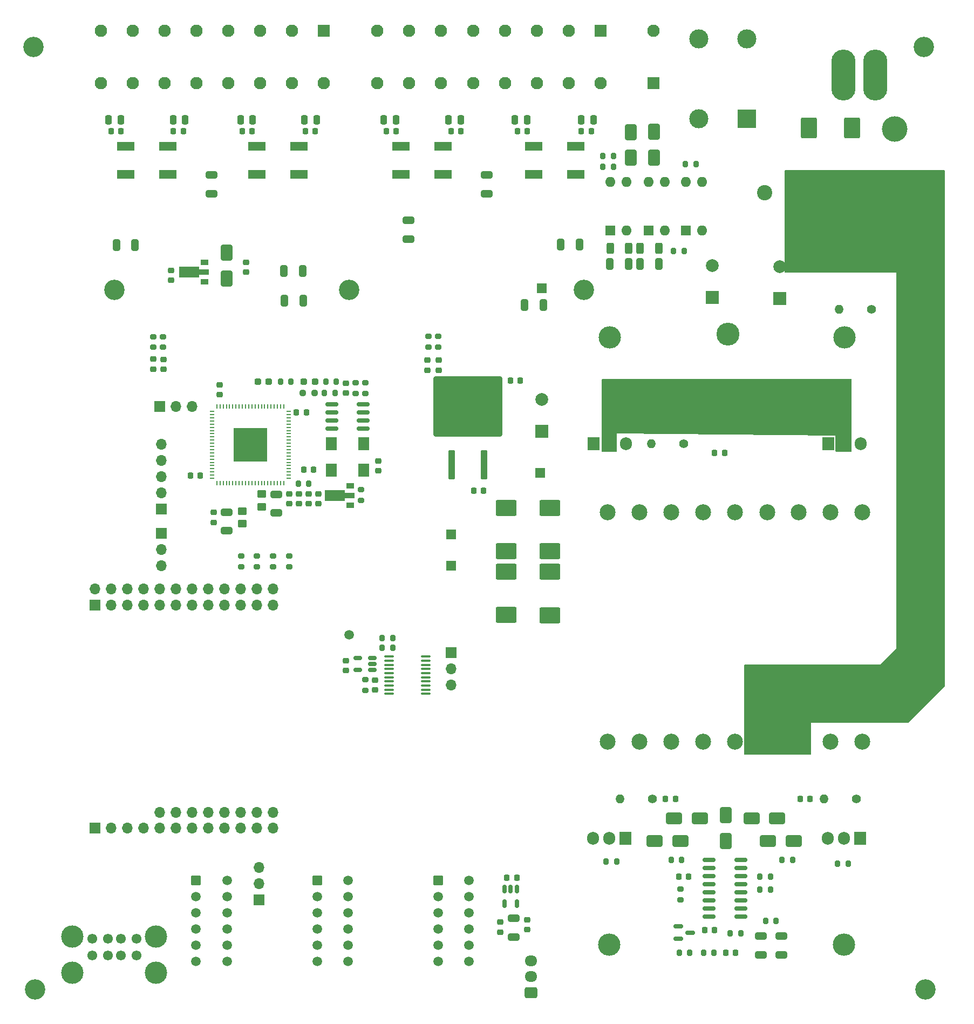
<source format=gbr>
%TF.GenerationSoftware,KiCad,Pcbnew,8.0.0-8.0.0-1~ubuntu22.04.1*%
%TF.CreationDate,2024-03-14T12:01:00+07:00*%
%TF.ProjectId,daw00,64617730-302e-46b6-9963-61645f706362,rev?*%
%TF.SameCoordinates,Original*%
%TF.FileFunction,Soldermask,Top*%
%TF.FilePolarity,Negative*%
%FSLAX46Y46*%
G04 Gerber Fmt 4.6, Leading zero omitted, Abs format (unit mm)*
G04 Created by KiCad (PCBNEW 8.0.0-8.0.0-1~ubuntu22.04.1) date 2024-03-14 12:01:00*
%MOMM*%
%LPD*%
G01*
G04 APERTURE LIST*
G04 Aperture macros list*
%AMRoundRect*
0 Rectangle with rounded corners*
0 $1 Rounding radius*
0 $2 $3 $4 $5 $6 $7 $8 $9 X,Y pos of 4 corners*
0 Add a 4 corners polygon primitive as box body*
4,1,4,$2,$3,$4,$5,$6,$7,$8,$9,$2,$3,0*
0 Add four circle primitives for the rounded corners*
1,1,$1+$1,$2,$3*
1,1,$1+$1,$4,$5*
1,1,$1+$1,$6,$7*
1,1,$1+$1,$8,$9*
0 Add four rect primitives between the rounded corners*
20,1,$1+$1,$2,$3,$4,$5,0*
20,1,$1+$1,$4,$5,$6,$7,0*
20,1,$1+$1,$6,$7,$8,$9,0*
20,1,$1+$1,$8,$9,$2,$3,0*%
%AMFreePoly0*
4,1,9,3.862500,-0.866500,0.737500,-0.866500,0.737500,-0.450000,-0.737500,-0.450000,-0.737500,0.450000,0.737500,0.450000,0.737500,0.866500,3.862500,0.866500,3.862500,-0.866500,3.862500,-0.866500,$1*%
G04 Aperture macros list end*
%ADD10RoundRect,0.200000X0.200000X0.275000X-0.200000X0.275000X-0.200000X-0.275000X0.200000X-0.275000X0*%
%ADD11RoundRect,0.250000X-0.450000X0.350000X-0.450000X-0.350000X0.450000X-0.350000X0.450000X0.350000X0*%
%ADD12O,3.800000X8.000000*%
%ADD13RoundRect,0.250000X-0.650000X0.325000X-0.650000X-0.325000X0.650000X-0.325000X0.650000X0.325000X0*%
%ADD14RoundRect,0.225000X-0.225000X-0.250000X0.225000X-0.250000X0.225000X0.250000X-0.225000X0.250000X0*%
%ADD15RoundRect,0.200000X-0.200000X-0.275000X0.200000X-0.275000X0.200000X0.275000X-0.200000X0.275000X0*%
%ADD16RoundRect,0.250000X-0.250000X-0.475000X0.250000X-0.475000X0.250000X0.475000X-0.250000X0.475000X0*%
%ADD17RoundRect,0.102000X-0.654000X0.654000X-0.654000X-0.654000X0.654000X-0.654000X0.654000X0.654000X0*%
%ADD18C,1.512000*%
%ADD19RoundRect,0.225000X0.250000X-0.225000X0.250000X0.225000X-0.250000X0.225000X-0.250000X-0.225000X0*%
%ADD20RoundRect,0.250000X0.650000X-0.325000X0.650000X0.325000X-0.650000X0.325000X-0.650000X-0.325000X0*%
%ADD21RoundRect,0.200000X-0.275000X0.200000X-0.275000X-0.200000X0.275000X-0.200000X0.275000X0.200000X0*%
%ADD22C,3.200000*%
%ADD23R,2.800000X1.400000*%
%ADD24R,1.600000X1.600000*%
%ADD25O,1.600000X1.600000*%
%ADD26RoundRect,0.225000X-0.250000X0.225000X-0.250000X-0.225000X0.250000X-0.225000X0.250000X0.225000X0*%
%ADD27RoundRect,0.250000X-1.000000X1.400000X-1.000000X-1.400000X1.000000X-1.400000X1.000000X1.400000X0*%
%ADD28C,1.500000*%
%ADD29R,1.800000X2.000000*%
%ADD30RoundRect,0.237500X-0.287500X-0.237500X0.287500X-0.237500X0.287500X0.237500X-0.287500X0.237500X0*%
%ADD31C,3.600000*%
%ADD32C,2.500000*%
%ADD33C,1.400000*%
%ADD34O,1.400000X1.400000*%
%ADD35R,1.300000X0.900000*%
%ADD36FreePoly0,180.000000*%
%ADD37RoundRect,0.218750X-0.256250X0.218750X-0.256250X-0.218750X0.256250X-0.218750X0.256250X0.218750X0*%
%ADD38RoundRect,0.200000X0.275000X-0.200000X0.275000X0.200000X-0.275000X0.200000X-0.275000X-0.200000X0*%
%ADD39RoundRect,0.250000X-0.650000X1.000000X-0.650000X-1.000000X0.650000X-1.000000X0.650000X1.000000X0*%
%ADD40RoundRect,0.250000X-1.400000X-1.000000X1.400000X-1.000000X1.400000X1.000000X-1.400000X1.000000X0*%
%ADD41C,1.950000*%
%ADD42R,1.950000X1.950000*%
%ADD43RoundRect,0.250000X1.000000X0.650000X-1.000000X0.650000X-1.000000X-0.650000X1.000000X-0.650000X0*%
%ADD44R,2.000000X2.000000*%
%ADD45C,2.000000*%
%ADD46RoundRect,0.150000X0.825000X0.150000X-0.825000X0.150000X-0.825000X-0.150000X0.825000X-0.150000X0*%
%ADD47R,1.700000X1.700000*%
%ADD48O,1.700000X1.700000*%
%ADD49RoundRect,0.250000X-1.000000X-0.650000X1.000000X-0.650000X1.000000X0.650000X-1.000000X0.650000X0*%
%ADD50RoundRect,0.250000X0.312500X0.625000X-0.312500X0.625000X-0.312500X-0.625000X0.312500X-0.625000X0*%
%ADD51RoundRect,0.225000X0.225000X0.250000X-0.225000X0.250000X-0.225000X-0.250000X0.225000X-0.250000X0*%
%ADD52C,4.000000*%
%ADD53C,1.550000*%
%ADD54C,3.500000*%
%ADD55RoundRect,0.250000X0.325000X0.650000X-0.325000X0.650000X-0.325000X-0.650000X0.325000X-0.650000X0*%
%ADD56RoundRect,0.250000X-0.325000X-0.650000X0.325000X-0.650000X0.325000X0.650000X-0.325000X0.650000X0*%
%ADD57RoundRect,0.250000X0.250000X0.475000X-0.250000X0.475000X-0.250000X-0.475000X0.250000X-0.475000X0*%
%ADD58RoundRect,0.237500X0.250000X0.237500X-0.250000X0.237500X-0.250000X-0.237500X0.250000X-0.237500X0*%
%ADD59R,2.400000X2.400000*%
%ADD60C,2.400000*%
%ADD61RoundRect,0.100000X-0.637500X-0.100000X0.637500X-0.100000X0.637500X0.100000X-0.637500X0.100000X0*%
%ADD62RoundRect,0.150000X-0.587500X-0.150000X0.587500X-0.150000X0.587500X0.150000X-0.587500X0.150000X0*%
%ADD63R,3.000000X3.000000*%
%ADD64C,3.000000*%
%ADD65RoundRect,0.150000X-0.825000X-0.150000X0.825000X-0.150000X0.825000X0.150000X-0.825000X0.150000X0*%
%ADD66RoundRect,0.250000X0.300000X-2.050000X0.300000X2.050000X-0.300000X2.050000X-0.300000X-2.050000X0*%
%ADD67RoundRect,0.250002X5.149998X-4.449998X5.149998X4.449998X-5.149998X4.449998X-5.149998X-4.449998X0*%
%ADD68RoundRect,0.150000X-0.150000X0.512500X-0.150000X-0.512500X0.150000X-0.512500X0.150000X0.512500X0*%
%ADD69R,1.500000X1.500000*%
%ADD70RoundRect,0.150000X0.512500X0.150000X-0.512500X0.150000X-0.512500X-0.150000X0.512500X-0.150000X0*%
%ADD71R,0.250000X0.800000*%
%ADD72R,0.800000X0.250000*%
%ADD73R,5.300000X5.300000*%
%ADD74RoundRect,0.250000X0.725000X-0.600000X0.725000X0.600000X-0.725000X0.600000X-0.725000X-0.600000X0*%
%ADD75O,1.950000X1.700000*%
%ADD76RoundRect,0.250000X-0.312500X-0.625000X0.312500X-0.625000X0.312500X0.625000X-0.312500X0.625000X0*%
%ADD77O,3.500000X3.500000*%
%ADD78R,1.905000X2.000000*%
%ADD79O,1.905000X2.000000*%
G04 APERTURE END LIST*
D10*
%TO.C,R24*%
X96075000Y-23876000D03*
X94425000Y-23876000D03*
%TD*%
D11*
%TO.C,FER1*%
X40894000Y-75200000D03*
X40894000Y-77200000D03*
%TD*%
D12*
%TO.C,F1*%
X132160000Y-9525000D03*
X137160000Y-9525000D03*
%TD*%
D13*
%TO.C,C1*%
X43180000Y-75233000D03*
X43180000Y-78183000D03*
%TD*%
D14*
%TO.C,C111*%
X111963500Y-68742500D03*
X113513500Y-68742500D03*
%TD*%
D15*
%TO.C,R34*%
X94933000Y-132842000D03*
X96583000Y-132842000D03*
%TD*%
D16*
%TO.C,C32*%
X47630000Y-16510000D03*
X49530000Y-16510000D03*
%TD*%
D14*
%TO.C,C102*%
X106329500Y-135227500D03*
X107879500Y-135227500D03*
%TD*%
D17*
%TO.C,J12*%
X30594300Y-135819000D03*
D18*
X35445700Y-135819000D03*
X30594300Y-138359000D03*
X35445700Y-138359000D03*
X30594300Y-140899000D03*
X35445700Y-140899000D03*
X30594300Y-143439000D03*
X35445700Y-143439000D03*
X30594300Y-145979000D03*
X35445700Y-145979000D03*
X30594300Y-148519000D03*
X35445700Y-148519000D03*
%TD*%
D13*
%TO.C,C63*%
X80472000Y-141774000D03*
X80472000Y-144724000D03*
%TD*%
D19*
%TO.C,C62*%
X82550000Y-143523000D03*
X82550000Y-141973000D03*
%TD*%
D20*
%TO.C,C20*%
X33020000Y-28096000D03*
X33020000Y-25146000D03*
%TD*%
D21*
%TO.C,R9*%
X57150000Y-57778000D03*
X57150000Y-59428000D03*
%TD*%
D22*
%TO.C,REF\u002A\u002A*%
X144780000Y-5080000D03*
%TD*%
D23*
%TO.C,L10*%
X90170000Y-25060000D03*
X90170000Y-20660000D03*
%TD*%
D24*
%TO.C,U16*%
X107424000Y-33899000D03*
D25*
X109964000Y-33899000D03*
X109964000Y-26279000D03*
X107424000Y-26279000D03*
%TD*%
D26*
%TO.C,C53*%
X54102000Y-57841000D03*
X54102000Y-59391000D03*
%TD*%
D27*
%TO.C,VD1*%
X133546000Y-17780000D03*
X126746000Y-17780000D03*
%TD*%
D19*
%TO.C,C51*%
X48244000Y-76721000D03*
X48244000Y-75171000D03*
%TD*%
%TO.C,C48*%
X46720000Y-76721000D03*
X46720000Y-75171000D03*
%TD*%
D28*
%TO.C,TP1*%
X54610000Y-97282000D03*
%TD*%
D22*
%TO.C,REF\u002A\u002A*%
X17780000Y-43180000D03*
%TD*%
D29*
%TO.C,X1*%
X56896000Y-67298000D03*
X51816000Y-67298000D03*
X51816000Y-71498000D03*
X56896000Y-71498000D03*
%TD*%
D10*
%TO.C,R11*%
X52387000Y-59365000D03*
X50737000Y-59365000D03*
%TD*%
D30*
%TO.C,HL6*%
X47512000Y-57587000D03*
X49262000Y-57587000D03*
%TD*%
D31*
%TO.C,L19*%
X114046000Y-62860000D03*
X114046000Y-50160000D03*
%TD*%
D32*
%TO.C,TR1*%
X95161500Y-114081500D03*
X100161500Y-114081500D03*
X105161500Y-114081500D03*
X110161500Y-114081500D03*
X120231500Y-114081500D03*
X125161500Y-114081500D03*
X130161500Y-114081500D03*
X135161500Y-114081500D03*
X130161500Y-78081500D03*
X135161500Y-78081500D03*
X120231500Y-78081500D03*
X125161500Y-78081500D03*
X105161500Y-78081500D03*
X110161500Y-78081500D03*
X95161500Y-78081500D03*
X100161500Y-78081500D03*
X115161500Y-78081500D03*
X115161500Y-114081500D03*
%TD*%
D33*
%TO.C,R40*%
X136551200Y-46228000D03*
D34*
X131471200Y-46228000D03*
%TD*%
D16*
%TO.C,C91*%
X60076000Y-16510000D03*
X61976000Y-16510000D03*
%TD*%
D21*
%TO.C,R10*%
X55626000Y-57778000D03*
X55626000Y-59428000D03*
%TD*%
D10*
%TO.C,R19*%
X96075000Y-22225000D03*
X94425000Y-22225000D03*
%TD*%
D22*
%TO.C,REF\u002A\u002A*%
X54610000Y-43180000D03*
%TD*%
D35*
%TO.C,Q1*%
X54782000Y-76938000D03*
D36*
X54694500Y-75438000D03*
D35*
X54782000Y-73938000D03*
%TD*%
D22*
%TO.C,REF\u002A\u002A*%
X5080000Y-5080000D03*
%TD*%
D26*
%TO.C,C57*%
X49784000Y-75171000D03*
X49784000Y-76721000D03*
%TD*%
D37*
%TO.C,HL1*%
X23876000Y-54051000D03*
X23876000Y-55626000D03*
%TD*%
D23*
%TO.C,L15*%
X62738000Y-25060000D03*
X62738000Y-20660000D03*
%TD*%
%TO.C,L4*%
X40132000Y-25060000D03*
X40132000Y-20660000D03*
%TD*%
D38*
%TO.C,R26*%
X106596500Y-138846500D03*
X106596500Y-137196500D03*
%TD*%
D39*
%TO.C,VD15*%
X102467000Y-18415000D03*
X102467000Y-22415000D03*
%TD*%
D19*
%TO.C,C52*%
X59182000Y-71570000D03*
X59182000Y-70020000D03*
%TD*%
D40*
%TO.C,VD12*%
X86106000Y-77372000D03*
X86106000Y-84172000D03*
%TD*%
D37*
%TO.C,HL4*%
X66929000Y-54203500D03*
X66929000Y-55778500D03*
%TD*%
D41*
%TO.C,J6*%
X50640000Y-10740000D03*
D42*
X50640000Y-2540000D03*
D41*
X45640000Y-10740000D03*
X45640000Y-2540000D03*
X40640000Y-10740000D03*
X40640000Y-2540000D03*
X35640000Y-10740000D03*
X35640000Y-2540000D03*
X30640000Y-10740000D03*
X30640000Y-2540000D03*
X25640000Y-10740000D03*
X25640000Y-2540000D03*
X20640000Y-10740000D03*
X20640000Y-2540000D03*
X15640000Y-10740000D03*
X15640000Y-2540000D03*
%TD*%
D43*
%TO.C,VD7*%
X121772500Y-126083500D03*
X117772500Y-126083500D03*
%TD*%
D44*
%TO.C,C115*%
X122174000Y-44531677D03*
D45*
X122174000Y-39531677D03*
%TD*%
D10*
%TO.C,R31*%
X120733000Y-135227500D03*
X119083000Y-135227500D03*
%TD*%
D46*
%TO.C,U9*%
X56831000Y-64953000D03*
X56831000Y-63683000D03*
X56831000Y-62413000D03*
X56831000Y-61143000D03*
X51881000Y-61143000D03*
X51881000Y-62413000D03*
X51881000Y-63683000D03*
X51881000Y-64953000D03*
%TD*%
D47*
%TO.C,J13*%
X25146000Y-77526000D03*
D48*
X25146000Y-74986000D03*
X25146000Y-72446000D03*
X25146000Y-69906000D03*
X25146000Y-67366000D03*
%TD*%
D14*
%TO.C,C94*%
X91046000Y-18288000D03*
X92596000Y-18288000D03*
%TD*%
D49*
%TO.C,VD6*%
X105612500Y-126083500D03*
X109612500Y-126083500D03*
%TD*%
D50*
%TO.C,R41*%
X103189500Y-36703000D03*
X100264500Y-36703000D03*
%TD*%
D49*
%TO.C,VD4*%
X120344500Y-129639500D03*
X124344500Y-129639500D03*
%TD*%
D15*
%TO.C,R25*%
X114407500Y-144117500D03*
X116057500Y-144117500D03*
%TD*%
D14*
%TO.C,C45*%
X17246000Y-18288000D03*
X18796000Y-18288000D03*
%TD*%
D51*
%TO.C,C7*%
X75718000Y-74676000D03*
X74168000Y-74676000D03*
%TD*%
D14*
%TO.C,C8*%
X79909000Y-57404000D03*
X81459000Y-57404000D03*
%TD*%
D23*
%TO.C,L2*%
X46736000Y-25060000D03*
X46736000Y-20660000D03*
%TD*%
D52*
%TO.C,L18*%
X140208000Y-17987000D03*
X140208000Y-28067000D03*
%TD*%
D15*
%TO.C,R23*%
X59818000Y-97790000D03*
X61468000Y-97790000D03*
%TD*%
D53*
%TO.C,J2*%
X14280000Y-144939000D03*
X16780000Y-144939000D03*
X18780000Y-144939000D03*
X21280000Y-144939000D03*
X14280000Y-147559000D03*
X16780000Y-147559000D03*
X18780000Y-147559000D03*
X21280000Y-147559000D03*
D54*
X11210000Y-144589000D03*
X11210000Y-150269000D03*
X24350000Y-144589000D03*
X24350000Y-150269000D03*
%TD*%
D21*
%TO.C,R12*%
X42672000Y-84956000D03*
X42672000Y-86606000D03*
%TD*%
%TO.C,R15*%
X40132000Y-84956000D03*
X40132000Y-86606000D03*
%TD*%
D24*
%TO.C,U15*%
X101595000Y-33899000D03*
D25*
X104135000Y-33899000D03*
X104135000Y-26279000D03*
X101595000Y-26279000D03*
%TD*%
D55*
%TO.C,C17*%
X47322000Y-40259000D03*
X44372000Y-40259000D03*
%TD*%
D22*
%TO.C,REF\u002A\u002A*%
X91440000Y-43180000D03*
%TD*%
D21*
%TO.C,R20*%
X68580000Y-50483000D03*
X68580000Y-52133000D03*
%TD*%
D26*
%TO.C,C5*%
X54102000Y-101333000D03*
X54102000Y-102883000D03*
%TD*%
D14*
%TO.C,C60*%
X79362000Y-135382000D03*
X80912000Y-135382000D03*
%TD*%
D15*
%TO.C,R45*%
X105538000Y-37084000D03*
X107188000Y-37084000D03*
%TD*%
D40*
%TO.C,VD13*%
X86106000Y-87405000D03*
X86106000Y-94205000D03*
%TD*%
D14*
%TO.C,C40*%
X47726000Y-18288000D03*
X49276000Y-18288000D03*
%TD*%
D38*
%TO.C,R3*%
X23876000Y-52197000D03*
X23876000Y-50547000D03*
%TD*%
D55*
%TO.C,C47*%
X47398200Y-44907200D03*
X44448200Y-44907200D03*
%TD*%
D21*
%TO.C,R2*%
X25400000Y-50547000D03*
X25400000Y-52197000D03*
%TD*%
D56*
%TO.C,C64*%
X82141800Y-45515000D03*
X85091800Y-45515000D03*
%TD*%
D37*
%TO.C,HL3*%
X68707000Y-54203500D03*
X68707000Y-55778500D03*
%TD*%
D57*
%TO.C,C88*%
X82550000Y-16510000D03*
X80650000Y-16510000D03*
%TD*%
D23*
%TO.C,L5*%
X26162000Y-25060000D03*
X26162000Y-20660000D03*
%TD*%
D51*
%TO.C,C43*%
X28588000Y-18288000D03*
X27038000Y-18288000D03*
%TD*%
D26*
%TO.C,C2*%
X38481000Y-38849000D03*
X38481000Y-40399000D03*
%TD*%
D11*
%TO.C,FER2*%
X37846000Y-77867000D03*
X37846000Y-79867000D03*
%TD*%
D41*
%TO.C,J18*%
X94055000Y-10740000D03*
D42*
X94055000Y-2540000D03*
D41*
X89055000Y-10740000D03*
X89055000Y-2540000D03*
X84055000Y-10740000D03*
X84055000Y-2540000D03*
X79055000Y-10740000D03*
X79055000Y-2540000D03*
X74055000Y-10740000D03*
X74055000Y-2540000D03*
X69055000Y-10740000D03*
X69055000Y-2540000D03*
X64055000Y-10740000D03*
X64055000Y-2540000D03*
X59055000Y-10740000D03*
X59055000Y-2540000D03*
%TD*%
D10*
%TO.C,R14*%
X45493000Y-57587000D03*
X43843000Y-57587000D03*
%TD*%
D58*
%TO.C,JP1*%
X49172500Y-59365000D03*
X47347500Y-59365000D03*
%TD*%
D59*
%TO.C,C107*%
X124852729Y-27940000D03*
D60*
X119852729Y-27940000D03*
%TD*%
D61*
%TO.C,U10*%
X60891500Y-100707000D03*
X60891500Y-101357000D03*
X60891500Y-102007000D03*
X60891500Y-102657000D03*
X60891500Y-103307000D03*
X60891500Y-103957000D03*
X60891500Y-104607000D03*
X60891500Y-105257000D03*
X60891500Y-105907000D03*
X60891500Y-106557000D03*
X66616500Y-106557000D03*
X66616500Y-105907000D03*
X66616500Y-105257000D03*
X66616500Y-104607000D03*
X66616500Y-103957000D03*
X66616500Y-103307000D03*
X66616500Y-102657000D03*
X66616500Y-102007000D03*
X66616500Y-101357000D03*
X66616500Y-100707000D03*
%TD*%
D33*
%TO.C,R36*%
X102185000Y-123037600D03*
D34*
X97105000Y-123037600D03*
%TD*%
D40*
%TO.C,VD11*%
X79248000Y-87376000D03*
X79248000Y-94176000D03*
%TD*%
D62*
%TO.C,VT1*%
X106294000Y-143040500D03*
X106294000Y-144940500D03*
X108169000Y-143990500D03*
%TD*%
D33*
%TO.C,R37*%
X134239000Y-123063000D03*
D34*
X129159000Y-123063000D03*
%TD*%
D63*
%TO.C,J22*%
X117010000Y-16310000D03*
D64*
X117010000Y-3810000D03*
X109510000Y-16310000D03*
X109510000Y-3810000D03*
%TD*%
D14*
%TO.C,C54*%
X47485000Y-71374000D03*
X49035000Y-71374000D03*
%TD*%
D39*
%TO.C,VD2*%
X35433000Y-37370000D03*
X35433000Y-41370000D03*
%TD*%
D57*
%TO.C,C34*%
X39492000Y-16510000D03*
X37592000Y-16510000D03*
%TD*%
D44*
%TO.C,C114*%
X111587677Y-44404677D03*
D45*
X111587677Y-39404677D03*
%TD*%
D65*
%TO.C,U13*%
X111106500Y-132560500D03*
X111106500Y-133830500D03*
X111106500Y-135100500D03*
X111106500Y-136370500D03*
X111106500Y-137640500D03*
X111106500Y-138910500D03*
X111106500Y-140180500D03*
X111106500Y-141450500D03*
X116056500Y-141450500D03*
X116056500Y-140180500D03*
X116056500Y-138910500D03*
X116056500Y-137640500D03*
X116056500Y-136370500D03*
X116056500Y-135100500D03*
X116056500Y-133830500D03*
X116056500Y-132560500D03*
%TD*%
D66*
%TO.C,U2*%
X70746000Y-70642000D03*
D67*
X73286000Y-61492000D03*
D66*
X75826000Y-70642000D03*
%TD*%
D23*
%TO.C,L12*%
X83566000Y-25060000D03*
X83566000Y-20660000D03*
%TD*%
D42*
%TO.C,J8*%
X102335000Y-10740000D03*
D41*
X102335000Y-2540000D03*
%TD*%
D47*
%TO.C,U12*%
X14732000Y-92639000D03*
D48*
X14732000Y-90099000D03*
X17272000Y-92639000D03*
X17272000Y-90099000D03*
X19812000Y-92639000D03*
X19812000Y-90099000D03*
X22352000Y-92639000D03*
X22352000Y-90099000D03*
X24892000Y-92639000D03*
X24892000Y-90099000D03*
X27432000Y-92639000D03*
X27432000Y-90099000D03*
X29972000Y-92639000D03*
X29972000Y-90099000D03*
X32512000Y-92639000D03*
X32512000Y-90099000D03*
X35052000Y-92639000D03*
X35052000Y-90099000D03*
X37592000Y-92639000D03*
X37592000Y-90099000D03*
X40132000Y-92639000D03*
X40132000Y-90099000D03*
X42672000Y-92639000D03*
X42672000Y-90099000D03*
D47*
X14732000Y-127618000D03*
D48*
X17272000Y-127618000D03*
X19812000Y-127618000D03*
X22352000Y-127618000D03*
X24892000Y-127618000D03*
X27432000Y-127618000D03*
X29972000Y-127618000D03*
X32512000Y-127618000D03*
X35052000Y-127618000D03*
X37592000Y-127618000D03*
X40132000Y-127618000D03*
X42672000Y-127618000D03*
X24892000Y-125151000D03*
X27432000Y-125151000D03*
X29972000Y-125151000D03*
X32512000Y-125151000D03*
X35052000Y-125151000D03*
X37592000Y-125151000D03*
X40132000Y-125151000D03*
X42672000Y-125151000D03*
%TD*%
D68*
%TO.C,U7*%
X80914000Y-137165500D03*
X79964000Y-137165500D03*
X79014000Y-137165500D03*
X79014000Y-139440500D03*
X80914000Y-139440500D03*
%TD*%
D23*
%TO.C,L13*%
X69342000Y-25060000D03*
X69342000Y-20660000D03*
%TD*%
D16*
%TO.C,C37*%
X16896000Y-16510000D03*
X18796000Y-16510000D03*
%TD*%
D10*
%TO.C,R33*%
X124209000Y-132560500D03*
X122559000Y-132560500D03*
%TD*%
D69*
%TO.C,J10*%
X84582000Y-71882000D03*
%TD*%
D51*
%TO.C,C96*%
X82563000Y-18288000D03*
X81013000Y-18288000D03*
%TD*%
D40*
%TO.C,VD10*%
X79248000Y-77372000D03*
X79248000Y-84172000D03*
%TD*%
D19*
%TO.C,C61*%
X78359000Y-143904000D03*
X78359000Y-142354000D03*
%TD*%
D15*
%TO.C,R43*%
X107379000Y-23495000D03*
X109029000Y-23495000D03*
%TD*%
%TO.C,R7*%
X46657000Y-73576000D03*
X48307000Y-73576000D03*
%TD*%
D70*
%TO.C,U3*%
X58287500Y-102804000D03*
X58287500Y-101854000D03*
X58287500Y-100904000D03*
X56012500Y-100904000D03*
X56012500Y-102804000D03*
%TD*%
D56*
%TO.C,C21*%
X18096000Y-36195000D03*
X21046000Y-36195000D03*
%TD*%
D10*
%TO.C,R32*%
X120713000Y-137287000D03*
X119063000Y-137287000D03*
%TD*%
D16*
%TO.C,C86*%
X91064000Y-16510000D03*
X92964000Y-16510000D03*
%TD*%
D19*
%TO.C,C49*%
X34290000Y-59619000D03*
X34290000Y-58069000D03*
%TD*%
D24*
%TO.C,U5*%
X95626000Y-33899000D03*
D25*
X98166000Y-33899000D03*
X98166000Y-26279000D03*
X95626000Y-26279000D03*
%TD*%
D13*
%TO.C,C75*%
X76200000Y-25143000D03*
X76200000Y-28093000D03*
%TD*%
D23*
%TO.C,L7*%
X19558000Y-25060000D03*
X19558000Y-20660000D03*
%TD*%
D14*
%TO.C,C109*%
X104254000Y-123012200D03*
X105804000Y-123012200D03*
%TD*%
D10*
%TO.C,R16*%
X52605000Y-57587000D03*
X50955000Y-57587000D03*
%TD*%
D47*
%TO.C,J3*%
X40513000Y-138867000D03*
D48*
X40513000Y-136327000D03*
X40513000Y-133787000D03*
%TD*%
D30*
%TO.C,HL5*%
X40287000Y-57587000D03*
X42037000Y-57587000D03*
%TD*%
D51*
%TO.C,C56*%
X31255000Y-72319000D03*
X29705000Y-72319000D03*
%TD*%
D38*
%TO.C,R1*%
X57150000Y-105981000D03*
X57150000Y-104331000D03*
%TD*%
D22*
%TO.C,REF\u002A\u002A*%
X145034000Y-152908000D03*
%TD*%
D13*
%TO.C,C6*%
X35433000Y-78027000D03*
X35433000Y-80977000D03*
%TD*%
D35*
%TO.C,U1*%
X31922000Y-41886000D03*
D36*
X31834500Y-40386000D03*
D35*
X31922000Y-38886000D03*
%TD*%
D55*
%TO.C,C71*%
X90756000Y-36068000D03*
X87806000Y-36068000D03*
%TD*%
D38*
%TO.C,R21*%
X67056000Y-52133000D03*
X67056000Y-50483000D03*
%TD*%
D69*
%TO.C,J16*%
X70612000Y-86487000D03*
%TD*%
D17*
%TO.C,J20*%
X68580000Y-135819000D03*
D18*
X73431400Y-135819000D03*
X68580000Y-138359000D03*
X73431400Y-138359000D03*
X68580000Y-140899000D03*
X73431400Y-140899000D03*
X68580000Y-143439000D03*
X73431400Y-143439000D03*
X68580000Y-145979000D03*
X73431400Y-145979000D03*
X68580000Y-148519000D03*
X73431400Y-148519000D03*
%TD*%
D13*
%TO.C,C104*%
X122428000Y-144526000D03*
X122428000Y-147476000D03*
%TD*%
D51*
%TO.C,C103*%
X111943500Y-143609500D03*
X110393500Y-143609500D03*
%TD*%
D71*
%TO.C,U6*%
X33866000Y-73493000D03*
X34366000Y-73493000D03*
X34866000Y-73493000D03*
X35366000Y-73493000D03*
X35866000Y-73493000D03*
X36366000Y-73493000D03*
X36866000Y-73493000D03*
X37366000Y-73493000D03*
X37866000Y-73493000D03*
X38366000Y-73493000D03*
X38866000Y-73493000D03*
X39366000Y-73493000D03*
X39866000Y-73493000D03*
X40366000Y-73493000D03*
X40866000Y-73493000D03*
X41366000Y-73493000D03*
X41866000Y-73493000D03*
X42366000Y-73493000D03*
X42866000Y-73493000D03*
X43366000Y-73493000D03*
X43866000Y-73493000D03*
X44366000Y-73493000D03*
D72*
X45116000Y-72743000D03*
X45116000Y-72243000D03*
X45116000Y-71743000D03*
X45116000Y-71243000D03*
X45116000Y-70743000D03*
X45116000Y-70243000D03*
X45116000Y-69743000D03*
X45116000Y-69243000D03*
X45116000Y-68743000D03*
X45116000Y-68243000D03*
X45116000Y-67743000D03*
X45116000Y-67243000D03*
X45116000Y-66743000D03*
X45116000Y-66243000D03*
X45116000Y-65743000D03*
X45116000Y-65243000D03*
X45116000Y-64743000D03*
X45116000Y-64243000D03*
X45116000Y-63743000D03*
X45116000Y-63243000D03*
X45116000Y-62743000D03*
X45116000Y-62243000D03*
D71*
X44366000Y-61493000D03*
X43866000Y-61493000D03*
X43366000Y-61493000D03*
X42866000Y-61493000D03*
X42366000Y-61493000D03*
X41866000Y-61493000D03*
X41366000Y-61493000D03*
X40866000Y-61493000D03*
X40366000Y-61493000D03*
X39866000Y-61493000D03*
X39366000Y-61493000D03*
X38866000Y-61493000D03*
X38366000Y-61493000D03*
X37866000Y-61493000D03*
X37366000Y-61493000D03*
X36866000Y-61493000D03*
X36366000Y-61493000D03*
X35866000Y-61493000D03*
X35366000Y-61493000D03*
X34866000Y-61493000D03*
X34366000Y-61493000D03*
X33866000Y-61493000D03*
D72*
X33116000Y-62243000D03*
X33116000Y-62743000D03*
X33116000Y-63243000D03*
X33116000Y-63743000D03*
X33116000Y-64243000D03*
X33116000Y-64743000D03*
X33116000Y-65243000D03*
X33116000Y-65743000D03*
X33116000Y-66243000D03*
X33116000Y-66743000D03*
X33116000Y-67243000D03*
X33116000Y-67743000D03*
X33116000Y-68243000D03*
X33116000Y-68743000D03*
X33116000Y-69243000D03*
X33116000Y-69743000D03*
X33116000Y-70243000D03*
X33116000Y-70743000D03*
X33116000Y-71243000D03*
X33116000Y-71743000D03*
X33116000Y-72243000D03*
X33116000Y-72743000D03*
D73*
X39116000Y-67493000D03*
%TD*%
D69*
%TO.C,J14*%
X84836000Y-42926000D03*
%TD*%
D14*
%TO.C,C99*%
X60426000Y-18288000D03*
X61976000Y-18288000D03*
%TD*%
D17*
%TO.C,J19*%
X49587150Y-135819000D03*
D18*
X54438550Y-135819000D03*
X49587150Y-138359000D03*
X54438550Y-138359000D03*
X49587150Y-140899000D03*
X54438550Y-140899000D03*
X49587150Y-143439000D03*
X54438550Y-143439000D03*
X49587150Y-145979000D03*
X54438550Y-145979000D03*
X49587150Y-148519000D03*
X54438550Y-148519000D03*
%TD*%
D51*
%TO.C,C97*%
X72136000Y-18288000D03*
X70586000Y-18288000D03*
%TD*%
D21*
%TO.C,R17*%
X45212000Y-84956000D03*
X45212000Y-86606000D03*
%TD*%
D26*
%TO.C,C3*%
X45196000Y-75171000D03*
X45196000Y-76721000D03*
%TD*%
D57*
%TO.C,C35*%
X28890000Y-16510000D03*
X26990000Y-16510000D03*
%TD*%
D69*
%TO.C,J11*%
X70612000Y-81534000D03*
%TD*%
D14*
%TO.C,C110*%
X125397000Y-123063000D03*
X126947000Y-123063000D03*
%TD*%
D15*
%TO.C,R27*%
X106406500Y-147165500D03*
X108056500Y-147165500D03*
%TD*%
D37*
%TO.C,HL2*%
X25527000Y-54076500D03*
X25527000Y-55651500D03*
%TD*%
D13*
%TO.C,C105*%
X119253000Y-144526000D03*
X119253000Y-147476000D03*
%TD*%
D14*
%TO.C,C55*%
X46342000Y-62413000D03*
X47892000Y-62413000D03*
%TD*%
D44*
%TO.C,C113*%
X84836000Y-65359677D03*
D45*
X84836000Y-60359677D03*
%TD*%
D15*
%TO.C,R6*%
X59818000Y-99314000D03*
X61468000Y-99314000D03*
%TD*%
D47*
%TO.C,J4*%
X70612000Y-100076000D03*
D48*
X70612000Y-102616000D03*
X70612000Y-105156000D03*
%TD*%
D51*
%TO.C,C42*%
X39370000Y-18288000D03*
X37820000Y-18288000D03*
%TD*%
D47*
%TO.C,J21*%
X24892000Y-61468000D03*
D48*
X27432000Y-61468000D03*
X29972000Y-61468000D03*
%TD*%
D56*
%TO.C,C16*%
X95553000Y-39116000D03*
X98503000Y-39116000D03*
%TD*%
D51*
%TO.C,C106*%
X115245500Y-147165500D03*
X113695500Y-147165500D03*
%TD*%
D19*
%TO.C,C4*%
X26670000Y-41656000D03*
X26670000Y-40106000D03*
%TD*%
D43*
%TO.C,VD3*%
X106564500Y-129639500D03*
X102564500Y-129639500D03*
%TD*%
D47*
%TO.C,J7*%
X25146000Y-81336000D03*
D48*
X25146000Y-83876000D03*
X25146000Y-86416000D03*
%TD*%
D33*
%TO.C,R38*%
X107138000Y-67310000D03*
D34*
X102058000Y-67310000D03*
%TD*%
D10*
%TO.C,R28*%
X111866500Y-147165500D03*
X110216500Y-147165500D03*
%TD*%
D39*
%TO.C,VD5*%
X113708500Y-125607500D03*
X113708500Y-129607500D03*
%TD*%
D59*
%TO.C,C108*%
X142494000Y-38354000D03*
D60*
X137494000Y-38354000D03*
%TD*%
D38*
%TO.C,R8*%
X56515000Y-76200000D03*
X56515000Y-74550000D03*
%TD*%
D74*
%TO.C,J15*%
X83139000Y-153416000D03*
D75*
X83139000Y-150916000D03*
X83139000Y-148416000D03*
%TD*%
D55*
%TO.C,C125*%
X103202000Y-39116000D03*
X100252000Y-39116000D03*
%TD*%
D15*
%TO.C,R30*%
X105136500Y-132560500D03*
X106786500Y-132560500D03*
%TD*%
D22*
%TO.C,REF\u002A\u002A*%
X5334000Y-152908000D03*
%TD*%
D20*
%TO.C,C74*%
X63957200Y-35206200D03*
X63957200Y-32256200D03*
%TD*%
D21*
%TO.C,R13*%
X37719000Y-84956000D03*
X37719000Y-86606000D03*
%TD*%
D57*
%TO.C,C89*%
X72136000Y-16510000D03*
X70236000Y-16510000D03*
%TD*%
D39*
%TO.C,VD14*%
X98806000Y-18447000D03*
X98806000Y-22447000D03*
%TD*%
D15*
%TO.C,R35*%
X131255000Y-133223000D03*
X132905000Y-133223000D03*
%TD*%
D26*
%TO.C,C50*%
X33401000Y-78092000D03*
X33401000Y-79642000D03*
%TD*%
D76*
%TO.C,R42*%
X95565500Y-36703000D03*
X98490500Y-36703000D03*
%TD*%
D19*
%TO.C,C9*%
X58674000Y-105931000D03*
X58674000Y-104381000D03*
%TD*%
D15*
%TO.C,R29*%
X119975500Y-142191000D03*
X121625500Y-142191000D03*
%TD*%
D77*
%TO.C,VT2*%
X95466500Y-145895500D03*
D78*
X98006500Y-129235500D03*
D79*
X95466500Y-129235500D03*
X92926500Y-129235500D03*
%TD*%
D77*
%TO.C,VT3*%
X132296500Y-145895500D03*
D78*
X134836500Y-129235500D03*
D79*
X132296500Y-129235500D03*
X129756500Y-129235500D03*
%TD*%
D77*
%TO.C,VD9*%
X132334000Y-50650000D03*
D78*
X129794000Y-67310000D03*
D79*
X132334000Y-67310000D03*
X134874000Y-67310000D03*
%TD*%
D77*
%TO.C,VD8*%
X95504000Y-50650000D03*
D78*
X92964000Y-67310000D03*
D79*
X95504000Y-67310000D03*
X98044000Y-67310000D03*
%TD*%
G36*
X133420004Y-57169704D02*
G01*
X133465777Y-57222492D01*
X133477000Y-57274042D01*
X133477000Y-68456000D01*
X133457315Y-68523039D01*
X133404511Y-68568794D01*
X133353000Y-68580000D01*
X131061000Y-68580000D01*
X130993961Y-68560315D01*
X130948206Y-68507511D01*
X130937000Y-68456000D01*
X130937000Y-66076812D01*
X96647000Y-65745506D01*
X96647000Y-68456000D01*
X96627315Y-68523039D01*
X96574511Y-68568794D01*
X96523000Y-68580000D01*
X94358145Y-68580000D01*
X94291106Y-68560315D01*
X94245351Y-68507511D01*
X94234145Y-68455855D01*
X94247212Y-57287169D01*
X94266975Y-57220153D01*
X94319833Y-57174459D01*
X94371170Y-57163314D01*
X133352958Y-57150042D01*
X133420004Y-57169704D01*
G37*
G36*
X148025039Y-24403685D02*
G01*
X148070794Y-24456489D01*
X148082000Y-24508000D01*
X148082000Y-105358638D01*
X148062315Y-105425677D01*
X148045681Y-105446319D01*
X142403319Y-111088681D01*
X142341996Y-111122166D01*
X142315638Y-111125000D01*
X127127000Y-111125000D01*
X127127000Y-115954000D01*
X127107315Y-116021039D01*
X127054511Y-116066794D01*
X127003000Y-116078000D01*
X116764362Y-116078000D01*
X116697323Y-116058315D01*
X116676681Y-116041681D01*
X116622319Y-115987319D01*
X116588834Y-115925996D01*
X116586000Y-115899638D01*
X116586000Y-102105000D01*
X116605685Y-102037961D01*
X116658489Y-101992206D01*
X116710000Y-101981000D01*
X137922000Y-101981000D01*
X137922000Y-101980999D01*
X140462000Y-99440999D01*
X140462000Y-40513000D01*
X123060000Y-40513000D01*
X122992961Y-40493315D01*
X122947206Y-40440511D01*
X122936000Y-40389000D01*
X122936000Y-24508000D01*
X122955685Y-24440961D01*
X123008489Y-24395206D01*
X123060000Y-24384000D01*
X147958000Y-24384000D01*
X148025039Y-24403685D01*
G37*
M02*

</source>
